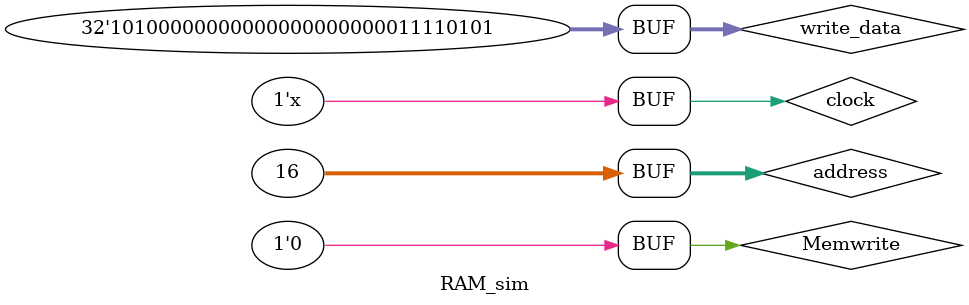
<source format=v>
`timescale 1ns / 1ps

module RAM_sim();
    // input
    reg[31:0] address = 32'h00000010;     //À´×ÔmemorioÄ£¿é£¬Ô´Í·ÊÇÀ´×ÔÖ´ÐÐµ¥ÔªËã³öµÄalu_result
    reg[31:0] write_data = 32'ha0000000;  //À´×ÔÒëÂëµ¥ÔªµÄread_data2
    reg  Memwrite = 1'b0;         //À´×Ô¿ØÖÆµ¥Ôª
    reg  clock = 1'b0;    
    // output
    wire[31:0] read_data;

    dmemory32 Uram(read_data,address,write_data,Memwrite,clock);

    initial begin
      #200 begin write_data = 32'hA00000F5;Memwrite = 1'b1; end
      #200 Memwrite = 1'b0;
    end
    always #50 clock = ~clock;            
endmodule
</source>
